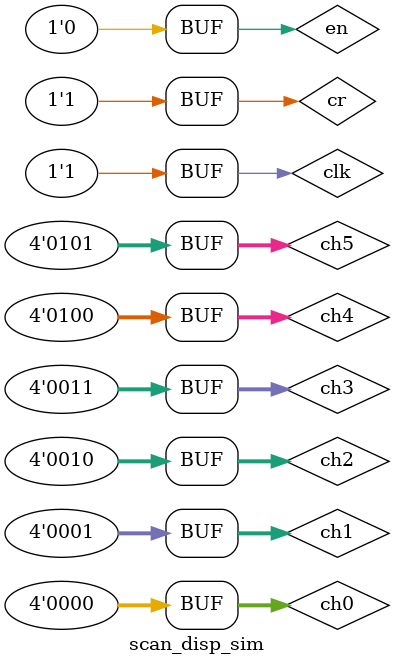
<source format=v>
`timescale 1ns / 1ps


module scan_disp_sim;

	// Inputs
	reg clk;
	reg cr;
	reg en;
	reg [3:0] ch0;
	reg [3:0] ch1;
	reg [3:0] ch2;
	reg [3:0] ch3;
	reg [3:0] ch4;
	reg [3:0] ch5;

	// Outputs
	wire [6:0] seg;
	wire [7:0] pos;

	// Instantiate the Unit Under Test (UUT)
	scan_disp uut (
		.clk(clk), 
		.cr(cr), 
		.en(en), 
		.ch0(ch0), 
		.ch1(ch1), 
		.ch2(ch2), 
		.ch3(ch3), 
		.ch4(ch4), 
		.ch5(ch5), 
		.seg(seg), 
		.pos(pos)
	);
	parameter PERIOD =10;
	always begin
	clk=1'b0;
	#(PERIOD/2)clk=1'b1;
	#(PERIOD/2);
	end
	initial begin
		// Initialize Inputs
		clk = 0;
		cr = 0;
		en = 0;
		ch0 = 0;
		ch1 = 0;
		ch2 = 0;
		ch3 = 0;
		ch4 = 0;
		ch5 = 0;

		// Wait 100 ns for global reset to finish
	   #100;
		ch0 = 4'b0000;
		ch1 = 4'b0001;
		ch2 = 4'b0010;
		ch3 = 4'b0011;
		ch4 = 4'b0100;
		ch5 = 4'b0101;	 
		#100;
		cr=0;
		en=1;
		#100;
		cr=1;//Õý³£¼ÆÊý
      #100000;
		en=0;     
		// Add stimulus here

	end
      
endmodule
</source>
